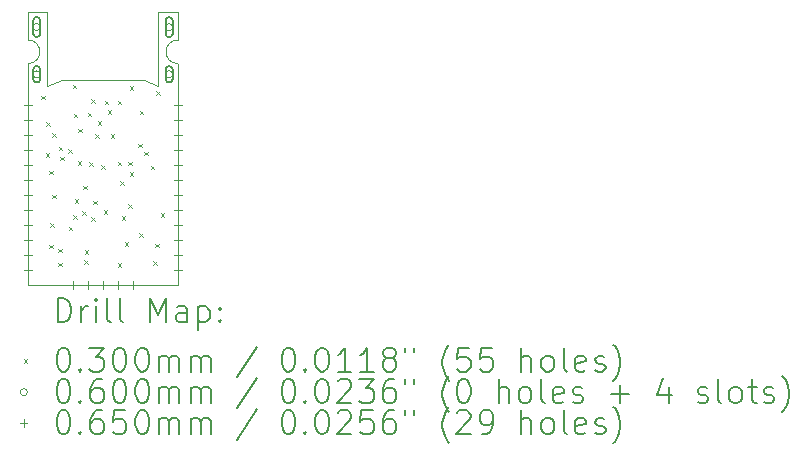
<source format=gbr>
%TF.GenerationSoftware,KiCad,Pcbnew,(6.0.8)*%
%TF.CreationDate,2022-11-05T21:02:42+01:00*%
%TF.ProjectId,epi,6570692e-6b69-4636-9164-5f7063625858,1_1*%
%TF.SameCoordinates,Original*%
%TF.FileFunction,Drillmap*%
%TF.FilePolarity,Positive*%
%FSLAX45Y45*%
G04 Gerber Fmt 4.5, Leading zero omitted, Abs format (unit mm)*
G04 Created by KiCad (PCBNEW (6.0.8)) date 2022-11-05 21:02:42*
%MOMM*%
%LPD*%
G01*
G04 APERTURE LIST*
%ADD10C,0.100000*%
%ADD11C,0.200000*%
%ADD12C,0.030000*%
%ADD13C,0.060000*%
%ADD14C,0.065000*%
G04 APERTURE END LIST*
D10*
X11069000Y-5103650D02*
X11069000Y-5343650D01*
X9799000Y-5103650D02*
X9799000Y-5343650D01*
X9964000Y-5733650D02*
X10084000Y-5683650D01*
X10084000Y-5683650D02*
X10784000Y-5683650D01*
X11069000Y-5343650D02*
G75*
G03*
X11069000Y-5543650I0J-100000D01*
G01*
X9799000Y-5543650D02*
G75*
G03*
X9799000Y-5343650I0J100000D01*
G01*
X10904000Y-5103650D02*
X11069000Y-5103650D01*
X10904000Y-5733650D02*
X10904000Y-5103650D01*
X11069000Y-7416000D02*
X11069000Y-5543650D01*
X9799000Y-7416000D02*
X11069000Y-7416000D01*
X9799000Y-5543650D02*
X9799000Y-7416000D01*
X9799000Y-5103650D02*
X9964000Y-5103650D01*
X9964000Y-5103650D02*
X9964000Y-5733650D01*
X10784000Y-5683650D02*
X10904000Y-5733650D01*
D11*
D12*
X9910000Y-5816650D02*
X9940000Y-5846650D01*
X9940000Y-5816650D02*
X9910000Y-5846650D01*
X9949000Y-6302000D02*
X9979000Y-6332000D01*
X9979000Y-6302000D02*
X9949000Y-6332000D01*
X9954000Y-6042000D02*
X9984000Y-6072000D01*
X9984000Y-6042000D02*
X9954000Y-6072000D01*
X9979000Y-6452000D02*
X10009000Y-6482000D01*
X10009000Y-6452000D02*
X9979000Y-6482000D01*
X9979000Y-7077000D02*
X10009000Y-7107000D01*
X10009000Y-7077000D02*
X9979000Y-7107000D01*
X9989000Y-6893650D02*
X10019000Y-6923650D01*
X10019000Y-6893650D02*
X9989000Y-6923650D01*
X10004000Y-6132000D02*
X10034000Y-6162000D01*
X10034000Y-6132000D02*
X10004000Y-6162000D01*
X10004000Y-6653650D02*
X10034000Y-6683650D01*
X10034000Y-6653650D02*
X10004000Y-6683650D01*
X10054000Y-7112000D02*
X10084000Y-7142000D01*
X10084000Y-7112000D02*
X10054000Y-7142000D01*
X10054000Y-7228000D02*
X10084000Y-7258000D01*
X10084000Y-7228000D02*
X10054000Y-7258000D01*
X10059000Y-6248650D02*
X10089000Y-6278650D01*
X10089000Y-6248650D02*
X10059000Y-6278650D01*
X10074000Y-6333650D02*
X10104000Y-6363650D01*
X10104000Y-6333650D02*
X10074000Y-6363650D01*
X10140000Y-6266650D02*
X10170000Y-6296650D01*
X10170000Y-6266650D02*
X10140000Y-6296650D01*
X10144000Y-6923650D02*
X10174000Y-6953650D01*
X10174000Y-6923650D02*
X10144000Y-6953650D01*
X10179000Y-5723650D02*
X10209000Y-5753650D01*
X10209000Y-5723650D02*
X10179000Y-5753650D01*
X10184000Y-6828650D02*
X10214000Y-6858650D01*
X10214000Y-6828650D02*
X10184000Y-6858650D01*
X10187088Y-5966439D02*
X10217088Y-5996439D01*
X10217088Y-5966439D02*
X10187088Y-5996439D01*
X10194000Y-6691650D02*
X10224000Y-6721650D01*
X10224000Y-6691650D02*
X10194000Y-6721650D01*
X10219000Y-6368650D02*
X10249000Y-6398650D01*
X10249000Y-6368650D02*
X10219000Y-6398650D01*
X10225000Y-6096650D02*
X10255000Y-6126650D01*
X10255000Y-6096650D02*
X10225000Y-6126650D01*
X10259000Y-6793650D02*
X10289000Y-6823650D01*
X10289000Y-6793650D02*
X10259000Y-6823650D01*
X10269000Y-6578650D02*
X10299000Y-6608650D01*
X10299000Y-6578650D02*
X10269000Y-6608650D01*
X10274000Y-7208650D02*
X10304000Y-7238650D01*
X10304000Y-7208650D02*
X10274000Y-7238650D01*
X10279000Y-7122000D02*
X10309000Y-7152000D01*
X10309000Y-7122000D02*
X10279000Y-7152000D01*
X10304000Y-5958650D02*
X10334000Y-5988650D01*
X10334000Y-5958650D02*
X10304000Y-5988650D01*
X10319000Y-6378650D02*
X10349000Y-6408650D01*
X10349000Y-6378650D02*
X10319000Y-6408650D01*
X10334000Y-5843650D02*
X10364000Y-5873650D01*
X10364000Y-5843650D02*
X10334000Y-5873650D01*
X10334000Y-6843650D02*
X10364000Y-6873650D01*
X10364000Y-6843650D02*
X10334000Y-6873650D01*
X10354000Y-6703650D02*
X10384000Y-6733650D01*
X10384000Y-6703650D02*
X10354000Y-6733650D01*
X10369000Y-6143650D02*
X10399000Y-6173650D01*
X10399000Y-6143650D02*
X10369000Y-6173650D01*
X10389000Y-6032000D02*
X10419000Y-6062000D01*
X10419000Y-6032000D02*
X10389000Y-6062000D01*
X10419000Y-6403650D02*
X10449000Y-6433650D01*
X10449000Y-6403650D02*
X10419000Y-6433650D01*
X10439000Y-6783650D02*
X10469000Y-6813650D01*
X10469000Y-6783650D02*
X10439000Y-6813650D01*
X10449000Y-5858650D02*
X10479000Y-5888650D01*
X10479000Y-5858650D02*
X10449000Y-5888650D01*
X10474000Y-5937000D02*
X10504000Y-5967000D01*
X10504000Y-5937000D02*
X10474000Y-5967000D01*
X10499000Y-6143650D02*
X10529000Y-6173650D01*
X10529000Y-6143650D02*
X10499000Y-6173650D01*
X10559000Y-5858650D02*
X10589000Y-5888650D01*
X10589000Y-5858650D02*
X10559000Y-5888650D01*
X10559000Y-6373650D02*
X10589000Y-6403650D01*
X10589000Y-6373650D02*
X10559000Y-6403650D01*
X10559000Y-7232000D02*
X10589000Y-7262000D01*
X10589000Y-7232000D02*
X10559000Y-7262000D01*
X10580000Y-6541650D02*
X10610000Y-6571650D01*
X10610000Y-6541650D02*
X10580000Y-6571650D01*
X10594000Y-6833650D02*
X10624000Y-6863650D01*
X10624000Y-6833650D02*
X10594000Y-6863650D01*
X10619000Y-7057000D02*
X10649000Y-7087000D01*
X10649000Y-7057000D02*
X10619000Y-7087000D01*
X10646500Y-6376150D02*
X10676500Y-6406150D01*
X10676500Y-6376150D02*
X10646500Y-6406150D01*
X10649000Y-6732000D02*
X10679000Y-6762000D01*
X10679000Y-6732000D02*
X10649000Y-6762000D01*
X10659000Y-5733650D02*
X10689000Y-5763650D01*
X10689000Y-5733650D02*
X10659000Y-5763650D01*
X10660000Y-6463650D02*
X10690000Y-6493650D01*
X10690000Y-6463650D02*
X10660000Y-6493650D01*
X10734000Y-6223650D02*
X10764000Y-6253650D01*
X10764000Y-6223650D02*
X10734000Y-6253650D01*
X10740000Y-6978650D02*
X10770000Y-7008650D01*
X10770000Y-6978650D02*
X10740000Y-7008650D01*
X10744000Y-5943650D02*
X10774000Y-5973650D01*
X10774000Y-5943650D02*
X10744000Y-5973650D01*
X10784000Y-6288650D02*
X10814000Y-6318650D01*
X10814000Y-6288650D02*
X10784000Y-6318650D01*
X10839000Y-6407000D02*
X10869000Y-6437000D01*
X10869000Y-6407000D02*
X10839000Y-6437000D01*
X10859000Y-7218650D02*
X10889000Y-7248650D01*
X10889000Y-7218650D02*
X10859000Y-7248650D01*
X10879000Y-7068650D02*
X10909000Y-7098650D01*
X10909000Y-7068650D02*
X10879000Y-7098650D01*
X10884000Y-5777000D02*
X10914000Y-5807000D01*
X10914000Y-5777000D02*
X10884000Y-5807000D01*
X10925000Y-6811650D02*
X10955000Y-6841650D01*
X10955000Y-6811650D02*
X10925000Y-6841650D01*
D13*
X9904000Y-5234150D02*
G75*
G03*
X9904000Y-5234150I-30000J0D01*
G01*
D11*
X9844000Y-5179150D02*
X9844000Y-5289150D01*
X9904000Y-5179150D02*
X9904000Y-5289150D01*
X9844000Y-5289150D02*
G75*
G03*
X9904000Y-5289150I30000J0D01*
G01*
X9904000Y-5179150D02*
G75*
G03*
X9844000Y-5179150I-30000J0D01*
G01*
D13*
X9904000Y-5634150D02*
G75*
G03*
X9904000Y-5634150I-30000J0D01*
G01*
D11*
X9844000Y-5594150D02*
X9844000Y-5674150D01*
X9904000Y-5594150D02*
X9904000Y-5674150D01*
X9844000Y-5674150D02*
G75*
G03*
X9904000Y-5674150I30000J0D01*
G01*
X9904000Y-5594150D02*
G75*
G03*
X9844000Y-5594150I-30000J0D01*
G01*
D13*
X11024000Y-5234150D02*
G75*
G03*
X11024000Y-5234150I-30000J0D01*
G01*
D11*
X10964000Y-5179150D02*
X10964000Y-5289150D01*
X11024000Y-5179150D02*
X11024000Y-5289150D01*
X10964000Y-5289150D02*
G75*
G03*
X11024000Y-5289150I30000J0D01*
G01*
X11024000Y-5179150D02*
G75*
G03*
X10964000Y-5179150I-30000J0D01*
G01*
D13*
X11024000Y-5634150D02*
G75*
G03*
X11024000Y-5634150I-30000J0D01*
G01*
D11*
X10964000Y-5594150D02*
X10964000Y-5674150D01*
X11024000Y-5594150D02*
X11024000Y-5674150D01*
X10964000Y-5674150D02*
G75*
G03*
X11024000Y-5674150I30000J0D01*
G01*
X11024000Y-5594150D02*
G75*
G03*
X10964000Y-5594150I-30000J0D01*
G01*
D14*
X9799000Y-5859500D02*
X9799000Y-5924500D01*
X9766500Y-5892000D02*
X9831500Y-5892000D01*
X9799000Y-5986500D02*
X9799000Y-6051500D01*
X9766500Y-6019000D02*
X9831500Y-6019000D01*
X9799000Y-6113500D02*
X9799000Y-6178500D01*
X9766500Y-6146000D02*
X9831500Y-6146000D01*
X9799000Y-6240500D02*
X9799000Y-6305500D01*
X9766500Y-6273000D02*
X9831500Y-6273000D01*
X9799000Y-6367500D02*
X9799000Y-6432500D01*
X9766500Y-6400000D02*
X9831500Y-6400000D01*
X9799000Y-6494500D02*
X9799000Y-6559500D01*
X9766500Y-6527000D02*
X9831500Y-6527000D01*
X9799000Y-6621500D02*
X9799000Y-6686500D01*
X9766500Y-6654000D02*
X9831500Y-6654000D01*
X9799000Y-6748500D02*
X9799000Y-6813500D01*
X9766500Y-6781000D02*
X9831500Y-6781000D01*
X9799000Y-6875500D02*
X9799000Y-6940500D01*
X9766500Y-6908000D02*
X9831500Y-6908000D01*
X9799000Y-7002500D02*
X9799000Y-7067500D01*
X9766500Y-7035000D02*
X9831500Y-7035000D01*
X9799000Y-7129500D02*
X9799000Y-7194500D01*
X9766500Y-7162000D02*
X9831500Y-7162000D01*
X9799000Y-7256500D02*
X9799000Y-7321500D01*
X9766500Y-7289000D02*
X9831500Y-7289000D01*
X10180000Y-7383500D02*
X10180000Y-7448500D01*
X10147500Y-7416000D02*
X10212500Y-7416000D01*
X10307000Y-7383500D02*
X10307000Y-7448500D01*
X10274500Y-7416000D02*
X10339500Y-7416000D01*
X10434000Y-7383500D02*
X10434000Y-7448500D01*
X10401500Y-7416000D02*
X10466500Y-7416000D01*
X10561000Y-7383500D02*
X10561000Y-7448500D01*
X10528500Y-7416000D02*
X10593500Y-7416000D01*
X10688000Y-7383500D02*
X10688000Y-7448500D01*
X10655500Y-7416000D02*
X10720500Y-7416000D01*
X11069000Y-5859500D02*
X11069000Y-5924500D01*
X11036500Y-5892000D02*
X11101500Y-5892000D01*
X11069000Y-5986500D02*
X11069000Y-6051500D01*
X11036500Y-6019000D02*
X11101500Y-6019000D01*
X11069000Y-6113500D02*
X11069000Y-6178500D01*
X11036500Y-6146000D02*
X11101500Y-6146000D01*
X11069000Y-6240500D02*
X11069000Y-6305500D01*
X11036500Y-6273000D02*
X11101500Y-6273000D01*
X11069000Y-6367500D02*
X11069000Y-6432500D01*
X11036500Y-6400000D02*
X11101500Y-6400000D01*
X11069000Y-6494500D02*
X11069000Y-6559500D01*
X11036500Y-6527000D02*
X11101500Y-6527000D01*
X11069000Y-6621500D02*
X11069000Y-6686500D01*
X11036500Y-6654000D02*
X11101500Y-6654000D01*
X11069000Y-6748500D02*
X11069000Y-6813500D01*
X11036500Y-6781000D02*
X11101500Y-6781000D01*
X11069000Y-6875500D02*
X11069000Y-6940500D01*
X11036500Y-6908000D02*
X11101500Y-6908000D01*
X11069000Y-7002500D02*
X11069000Y-7067500D01*
X11036500Y-7035000D02*
X11101500Y-7035000D01*
X11069000Y-7129500D02*
X11069000Y-7194500D01*
X11036500Y-7162000D02*
X11101500Y-7162000D01*
X11069000Y-7256500D02*
X11069000Y-7321500D01*
X11036500Y-7289000D02*
X11101500Y-7289000D01*
D11*
X10051619Y-7731476D02*
X10051619Y-7531476D01*
X10099238Y-7531476D01*
X10127810Y-7541000D01*
X10146857Y-7560048D01*
X10156381Y-7579095D01*
X10165905Y-7617190D01*
X10165905Y-7645762D01*
X10156381Y-7683857D01*
X10146857Y-7702905D01*
X10127810Y-7721952D01*
X10099238Y-7731476D01*
X10051619Y-7731476D01*
X10251619Y-7731476D02*
X10251619Y-7598143D01*
X10251619Y-7636238D02*
X10261143Y-7617190D01*
X10270667Y-7607667D01*
X10289714Y-7598143D01*
X10308762Y-7598143D01*
X10375429Y-7731476D02*
X10375429Y-7598143D01*
X10375429Y-7531476D02*
X10365905Y-7541000D01*
X10375429Y-7550524D01*
X10384952Y-7541000D01*
X10375429Y-7531476D01*
X10375429Y-7550524D01*
X10499238Y-7731476D02*
X10480190Y-7721952D01*
X10470667Y-7702905D01*
X10470667Y-7531476D01*
X10604000Y-7731476D02*
X10584952Y-7721952D01*
X10575429Y-7702905D01*
X10575429Y-7531476D01*
X10832571Y-7731476D02*
X10832571Y-7531476D01*
X10899238Y-7674333D01*
X10965905Y-7531476D01*
X10965905Y-7731476D01*
X11146857Y-7731476D02*
X11146857Y-7626714D01*
X11137333Y-7607667D01*
X11118286Y-7598143D01*
X11080190Y-7598143D01*
X11061143Y-7607667D01*
X11146857Y-7721952D02*
X11127810Y-7731476D01*
X11080190Y-7731476D01*
X11061143Y-7721952D01*
X11051619Y-7702905D01*
X11051619Y-7683857D01*
X11061143Y-7664809D01*
X11080190Y-7655286D01*
X11127810Y-7655286D01*
X11146857Y-7645762D01*
X11242095Y-7598143D02*
X11242095Y-7798143D01*
X11242095Y-7607667D02*
X11261143Y-7598143D01*
X11299238Y-7598143D01*
X11318286Y-7607667D01*
X11327809Y-7617190D01*
X11337333Y-7636238D01*
X11337333Y-7693381D01*
X11327809Y-7712428D01*
X11318286Y-7721952D01*
X11299238Y-7731476D01*
X11261143Y-7731476D01*
X11242095Y-7721952D01*
X11423048Y-7712428D02*
X11432571Y-7721952D01*
X11423048Y-7731476D01*
X11413524Y-7721952D01*
X11423048Y-7712428D01*
X11423048Y-7731476D01*
X11423048Y-7607667D02*
X11432571Y-7617190D01*
X11423048Y-7626714D01*
X11413524Y-7617190D01*
X11423048Y-7607667D01*
X11423048Y-7626714D01*
D12*
X9764000Y-8046000D02*
X9794000Y-8076000D01*
X9794000Y-8046000D02*
X9764000Y-8076000D01*
D11*
X10089714Y-7951476D02*
X10108762Y-7951476D01*
X10127810Y-7961000D01*
X10137333Y-7970524D01*
X10146857Y-7989571D01*
X10156381Y-8027667D01*
X10156381Y-8075286D01*
X10146857Y-8113381D01*
X10137333Y-8132428D01*
X10127810Y-8141952D01*
X10108762Y-8151476D01*
X10089714Y-8151476D01*
X10070667Y-8141952D01*
X10061143Y-8132428D01*
X10051619Y-8113381D01*
X10042095Y-8075286D01*
X10042095Y-8027667D01*
X10051619Y-7989571D01*
X10061143Y-7970524D01*
X10070667Y-7961000D01*
X10089714Y-7951476D01*
X10242095Y-8132428D02*
X10251619Y-8141952D01*
X10242095Y-8151476D01*
X10232571Y-8141952D01*
X10242095Y-8132428D01*
X10242095Y-8151476D01*
X10318286Y-7951476D02*
X10442095Y-7951476D01*
X10375429Y-8027667D01*
X10404000Y-8027667D01*
X10423048Y-8037190D01*
X10432571Y-8046714D01*
X10442095Y-8065762D01*
X10442095Y-8113381D01*
X10432571Y-8132428D01*
X10423048Y-8141952D01*
X10404000Y-8151476D01*
X10346857Y-8151476D01*
X10327810Y-8141952D01*
X10318286Y-8132428D01*
X10565905Y-7951476D02*
X10584952Y-7951476D01*
X10604000Y-7961000D01*
X10613524Y-7970524D01*
X10623048Y-7989571D01*
X10632571Y-8027667D01*
X10632571Y-8075286D01*
X10623048Y-8113381D01*
X10613524Y-8132428D01*
X10604000Y-8141952D01*
X10584952Y-8151476D01*
X10565905Y-8151476D01*
X10546857Y-8141952D01*
X10537333Y-8132428D01*
X10527810Y-8113381D01*
X10518286Y-8075286D01*
X10518286Y-8027667D01*
X10527810Y-7989571D01*
X10537333Y-7970524D01*
X10546857Y-7961000D01*
X10565905Y-7951476D01*
X10756381Y-7951476D02*
X10775429Y-7951476D01*
X10794476Y-7961000D01*
X10804000Y-7970524D01*
X10813524Y-7989571D01*
X10823048Y-8027667D01*
X10823048Y-8075286D01*
X10813524Y-8113381D01*
X10804000Y-8132428D01*
X10794476Y-8141952D01*
X10775429Y-8151476D01*
X10756381Y-8151476D01*
X10737333Y-8141952D01*
X10727810Y-8132428D01*
X10718286Y-8113381D01*
X10708762Y-8075286D01*
X10708762Y-8027667D01*
X10718286Y-7989571D01*
X10727810Y-7970524D01*
X10737333Y-7961000D01*
X10756381Y-7951476D01*
X10908762Y-8151476D02*
X10908762Y-8018143D01*
X10908762Y-8037190D02*
X10918286Y-8027667D01*
X10937333Y-8018143D01*
X10965905Y-8018143D01*
X10984952Y-8027667D01*
X10994476Y-8046714D01*
X10994476Y-8151476D01*
X10994476Y-8046714D02*
X11004000Y-8027667D01*
X11023048Y-8018143D01*
X11051619Y-8018143D01*
X11070667Y-8027667D01*
X11080190Y-8046714D01*
X11080190Y-8151476D01*
X11175429Y-8151476D02*
X11175429Y-8018143D01*
X11175429Y-8037190D02*
X11184952Y-8027667D01*
X11204000Y-8018143D01*
X11232571Y-8018143D01*
X11251619Y-8027667D01*
X11261143Y-8046714D01*
X11261143Y-8151476D01*
X11261143Y-8046714D02*
X11270667Y-8027667D01*
X11289714Y-8018143D01*
X11318286Y-8018143D01*
X11337333Y-8027667D01*
X11346857Y-8046714D01*
X11346857Y-8151476D01*
X11737333Y-7941952D02*
X11565905Y-8199095D01*
X11994476Y-7951476D02*
X12013524Y-7951476D01*
X12032571Y-7961000D01*
X12042095Y-7970524D01*
X12051619Y-7989571D01*
X12061143Y-8027667D01*
X12061143Y-8075286D01*
X12051619Y-8113381D01*
X12042095Y-8132428D01*
X12032571Y-8141952D01*
X12013524Y-8151476D01*
X11994476Y-8151476D01*
X11975428Y-8141952D01*
X11965905Y-8132428D01*
X11956381Y-8113381D01*
X11946857Y-8075286D01*
X11946857Y-8027667D01*
X11956381Y-7989571D01*
X11965905Y-7970524D01*
X11975428Y-7961000D01*
X11994476Y-7951476D01*
X12146857Y-8132428D02*
X12156381Y-8141952D01*
X12146857Y-8151476D01*
X12137333Y-8141952D01*
X12146857Y-8132428D01*
X12146857Y-8151476D01*
X12280190Y-7951476D02*
X12299238Y-7951476D01*
X12318286Y-7961000D01*
X12327809Y-7970524D01*
X12337333Y-7989571D01*
X12346857Y-8027667D01*
X12346857Y-8075286D01*
X12337333Y-8113381D01*
X12327809Y-8132428D01*
X12318286Y-8141952D01*
X12299238Y-8151476D01*
X12280190Y-8151476D01*
X12261143Y-8141952D01*
X12251619Y-8132428D01*
X12242095Y-8113381D01*
X12232571Y-8075286D01*
X12232571Y-8027667D01*
X12242095Y-7989571D01*
X12251619Y-7970524D01*
X12261143Y-7961000D01*
X12280190Y-7951476D01*
X12537333Y-8151476D02*
X12423048Y-8151476D01*
X12480190Y-8151476D02*
X12480190Y-7951476D01*
X12461143Y-7980048D01*
X12442095Y-7999095D01*
X12423048Y-8008619D01*
X12727809Y-8151476D02*
X12613524Y-8151476D01*
X12670667Y-8151476D02*
X12670667Y-7951476D01*
X12651619Y-7980048D01*
X12632571Y-7999095D01*
X12613524Y-8008619D01*
X12842095Y-8037190D02*
X12823048Y-8027667D01*
X12813524Y-8018143D01*
X12804000Y-7999095D01*
X12804000Y-7989571D01*
X12813524Y-7970524D01*
X12823048Y-7961000D01*
X12842095Y-7951476D01*
X12880190Y-7951476D01*
X12899238Y-7961000D01*
X12908762Y-7970524D01*
X12918286Y-7989571D01*
X12918286Y-7999095D01*
X12908762Y-8018143D01*
X12899238Y-8027667D01*
X12880190Y-8037190D01*
X12842095Y-8037190D01*
X12823048Y-8046714D01*
X12813524Y-8056238D01*
X12804000Y-8075286D01*
X12804000Y-8113381D01*
X12813524Y-8132428D01*
X12823048Y-8141952D01*
X12842095Y-8151476D01*
X12880190Y-8151476D01*
X12899238Y-8141952D01*
X12908762Y-8132428D01*
X12918286Y-8113381D01*
X12918286Y-8075286D01*
X12908762Y-8056238D01*
X12899238Y-8046714D01*
X12880190Y-8037190D01*
X12994476Y-7951476D02*
X12994476Y-7989571D01*
X13070667Y-7951476D02*
X13070667Y-7989571D01*
X13365905Y-8227667D02*
X13356381Y-8218143D01*
X13337333Y-8189571D01*
X13327809Y-8170524D01*
X13318286Y-8141952D01*
X13308762Y-8094333D01*
X13308762Y-8056238D01*
X13318286Y-8008619D01*
X13327809Y-7980048D01*
X13337333Y-7961000D01*
X13356381Y-7932428D01*
X13365905Y-7922905D01*
X13537333Y-7951476D02*
X13442095Y-7951476D01*
X13432571Y-8046714D01*
X13442095Y-8037190D01*
X13461143Y-8027667D01*
X13508762Y-8027667D01*
X13527809Y-8037190D01*
X13537333Y-8046714D01*
X13546857Y-8065762D01*
X13546857Y-8113381D01*
X13537333Y-8132428D01*
X13527809Y-8141952D01*
X13508762Y-8151476D01*
X13461143Y-8151476D01*
X13442095Y-8141952D01*
X13432571Y-8132428D01*
X13727809Y-7951476D02*
X13632571Y-7951476D01*
X13623048Y-8046714D01*
X13632571Y-8037190D01*
X13651619Y-8027667D01*
X13699238Y-8027667D01*
X13718286Y-8037190D01*
X13727809Y-8046714D01*
X13737333Y-8065762D01*
X13737333Y-8113381D01*
X13727809Y-8132428D01*
X13718286Y-8141952D01*
X13699238Y-8151476D01*
X13651619Y-8151476D01*
X13632571Y-8141952D01*
X13623048Y-8132428D01*
X13975428Y-8151476D02*
X13975428Y-7951476D01*
X14061143Y-8151476D02*
X14061143Y-8046714D01*
X14051619Y-8027667D01*
X14032571Y-8018143D01*
X14004000Y-8018143D01*
X13984952Y-8027667D01*
X13975428Y-8037190D01*
X14184952Y-8151476D02*
X14165905Y-8141952D01*
X14156381Y-8132428D01*
X14146857Y-8113381D01*
X14146857Y-8056238D01*
X14156381Y-8037190D01*
X14165905Y-8027667D01*
X14184952Y-8018143D01*
X14213524Y-8018143D01*
X14232571Y-8027667D01*
X14242095Y-8037190D01*
X14251619Y-8056238D01*
X14251619Y-8113381D01*
X14242095Y-8132428D01*
X14232571Y-8141952D01*
X14213524Y-8151476D01*
X14184952Y-8151476D01*
X14365905Y-8151476D02*
X14346857Y-8141952D01*
X14337333Y-8122905D01*
X14337333Y-7951476D01*
X14518286Y-8141952D02*
X14499238Y-8151476D01*
X14461143Y-8151476D01*
X14442095Y-8141952D01*
X14432571Y-8122905D01*
X14432571Y-8046714D01*
X14442095Y-8027667D01*
X14461143Y-8018143D01*
X14499238Y-8018143D01*
X14518286Y-8027667D01*
X14527809Y-8046714D01*
X14527809Y-8065762D01*
X14432571Y-8084809D01*
X14604000Y-8141952D02*
X14623048Y-8151476D01*
X14661143Y-8151476D01*
X14680190Y-8141952D01*
X14689714Y-8122905D01*
X14689714Y-8113381D01*
X14680190Y-8094333D01*
X14661143Y-8084809D01*
X14632571Y-8084809D01*
X14613524Y-8075286D01*
X14604000Y-8056238D01*
X14604000Y-8046714D01*
X14613524Y-8027667D01*
X14632571Y-8018143D01*
X14661143Y-8018143D01*
X14680190Y-8027667D01*
X14756381Y-8227667D02*
X14765905Y-8218143D01*
X14784952Y-8189571D01*
X14794476Y-8170524D01*
X14804000Y-8141952D01*
X14813524Y-8094333D01*
X14813524Y-8056238D01*
X14804000Y-8008619D01*
X14794476Y-7980048D01*
X14784952Y-7961000D01*
X14765905Y-7932428D01*
X14756381Y-7922905D01*
D13*
X9794000Y-8325000D02*
G75*
G03*
X9794000Y-8325000I-30000J0D01*
G01*
D11*
X10089714Y-8215476D02*
X10108762Y-8215476D01*
X10127810Y-8225000D01*
X10137333Y-8234524D01*
X10146857Y-8253571D01*
X10156381Y-8291667D01*
X10156381Y-8339286D01*
X10146857Y-8377381D01*
X10137333Y-8396429D01*
X10127810Y-8405952D01*
X10108762Y-8415476D01*
X10089714Y-8415476D01*
X10070667Y-8405952D01*
X10061143Y-8396429D01*
X10051619Y-8377381D01*
X10042095Y-8339286D01*
X10042095Y-8291667D01*
X10051619Y-8253571D01*
X10061143Y-8234524D01*
X10070667Y-8225000D01*
X10089714Y-8215476D01*
X10242095Y-8396429D02*
X10251619Y-8405952D01*
X10242095Y-8415476D01*
X10232571Y-8405952D01*
X10242095Y-8396429D01*
X10242095Y-8415476D01*
X10423048Y-8215476D02*
X10384952Y-8215476D01*
X10365905Y-8225000D01*
X10356381Y-8234524D01*
X10337333Y-8263095D01*
X10327810Y-8301190D01*
X10327810Y-8377381D01*
X10337333Y-8396429D01*
X10346857Y-8405952D01*
X10365905Y-8415476D01*
X10404000Y-8415476D01*
X10423048Y-8405952D01*
X10432571Y-8396429D01*
X10442095Y-8377381D01*
X10442095Y-8329762D01*
X10432571Y-8310714D01*
X10423048Y-8301190D01*
X10404000Y-8291667D01*
X10365905Y-8291667D01*
X10346857Y-8301190D01*
X10337333Y-8310714D01*
X10327810Y-8329762D01*
X10565905Y-8215476D02*
X10584952Y-8215476D01*
X10604000Y-8225000D01*
X10613524Y-8234524D01*
X10623048Y-8253571D01*
X10632571Y-8291667D01*
X10632571Y-8339286D01*
X10623048Y-8377381D01*
X10613524Y-8396429D01*
X10604000Y-8405952D01*
X10584952Y-8415476D01*
X10565905Y-8415476D01*
X10546857Y-8405952D01*
X10537333Y-8396429D01*
X10527810Y-8377381D01*
X10518286Y-8339286D01*
X10518286Y-8291667D01*
X10527810Y-8253571D01*
X10537333Y-8234524D01*
X10546857Y-8225000D01*
X10565905Y-8215476D01*
X10756381Y-8215476D02*
X10775429Y-8215476D01*
X10794476Y-8225000D01*
X10804000Y-8234524D01*
X10813524Y-8253571D01*
X10823048Y-8291667D01*
X10823048Y-8339286D01*
X10813524Y-8377381D01*
X10804000Y-8396429D01*
X10794476Y-8405952D01*
X10775429Y-8415476D01*
X10756381Y-8415476D01*
X10737333Y-8405952D01*
X10727810Y-8396429D01*
X10718286Y-8377381D01*
X10708762Y-8339286D01*
X10708762Y-8291667D01*
X10718286Y-8253571D01*
X10727810Y-8234524D01*
X10737333Y-8225000D01*
X10756381Y-8215476D01*
X10908762Y-8415476D02*
X10908762Y-8282143D01*
X10908762Y-8301190D02*
X10918286Y-8291667D01*
X10937333Y-8282143D01*
X10965905Y-8282143D01*
X10984952Y-8291667D01*
X10994476Y-8310714D01*
X10994476Y-8415476D01*
X10994476Y-8310714D02*
X11004000Y-8291667D01*
X11023048Y-8282143D01*
X11051619Y-8282143D01*
X11070667Y-8291667D01*
X11080190Y-8310714D01*
X11080190Y-8415476D01*
X11175429Y-8415476D02*
X11175429Y-8282143D01*
X11175429Y-8301190D02*
X11184952Y-8291667D01*
X11204000Y-8282143D01*
X11232571Y-8282143D01*
X11251619Y-8291667D01*
X11261143Y-8310714D01*
X11261143Y-8415476D01*
X11261143Y-8310714D02*
X11270667Y-8291667D01*
X11289714Y-8282143D01*
X11318286Y-8282143D01*
X11337333Y-8291667D01*
X11346857Y-8310714D01*
X11346857Y-8415476D01*
X11737333Y-8205952D02*
X11565905Y-8463095D01*
X11994476Y-8215476D02*
X12013524Y-8215476D01*
X12032571Y-8225000D01*
X12042095Y-8234524D01*
X12051619Y-8253571D01*
X12061143Y-8291667D01*
X12061143Y-8339286D01*
X12051619Y-8377381D01*
X12042095Y-8396429D01*
X12032571Y-8405952D01*
X12013524Y-8415476D01*
X11994476Y-8415476D01*
X11975428Y-8405952D01*
X11965905Y-8396429D01*
X11956381Y-8377381D01*
X11946857Y-8339286D01*
X11946857Y-8291667D01*
X11956381Y-8253571D01*
X11965905Y-8234524D01*
X11975428Y-8225000D01*
X11994476Y-8215476D01*
X12146857Y-8396429D02*
X12156381Y-8405952D01*
X12146857Y-8415476D01*
X12137333Y-8405952D01*
X12146857Y-8396429D01*
X12146857Y-8415476D01*
X12280190Y-8215476D02*
X12299238Y-8215476D01*
X12318286Y-8225000D01*
X12327809Y-8234524D01*
X12337333Y-8253571D01*
X12346857Y-8291667D01*
X12346857Y-8339286D01*
X12337333Y-8377381D01*
X12327809Y-8396429D01*
X12318286Y-8405952D01*
X12299238Y-8415476D01*
X12280190Y-8415476D01*
X12261143Y-8405952D01*
X12251619Y-8396429D01*
X12242095Y-8377381D01*
X12232571Y-8339286D01*
X12232571Y-8291667D01*
X12242095Y-8253571D01*
X12251619Y-8234524D01*
X12261143Y-8225000D01*
X12280190Y-8215476D01*
X12423048Y-8234524D02*
X12432571Y-8225000D01*
X12451619Y-8215476D01*
X12499238Y-8215476D01*
X12518286Y-8225000D01*
X12527809Y-8234524D01*
X12537333Y-8253571D01*
X12537333Y-8272619D01*
X12527809Y-8301190D01*
X12413524Y-8415476D01*
X12537333Y-8415476D01*
X12604000Y-8215476D02*
X12727809Y-8215476D01*
X12661143Y-8291667D01*
X12689714Y-8291667D01*
X12708762Y-8301190D01*
X12718286Y-8310714D01*
X12727809Y-8329762D01*
X12727809Y-8377381D01*
X12718286Y-8396429D01*
X12708762Y-8405952D01*
X12689714Y-8415476D01*
X12632571Y-8415476D01*
X12613524Y-8405952D01*
X12604000Y-8396429D01*
X12899238Y-8215476D02*
X12861143Y-8215476D01*
X12842095Y-8225000D01*
X12832571Y-8234524D01*
X12813524Y-8263095D01*
X12804000Y-8301190D01*
X12804000Y-8377381D01*
X12813524Y-8396429D01*
X12823048Y-8405952D01*
X12842095Y-8415476D01*
X12880190Y-8415476D01*
X12899238Y-8405952D01*
X12908762Y-8396429D01*
X12918286Y-8377381D01*
X12918286Y-8329762D01*
X12908762Y-8310714D01*
X12899238Y-8301190D01*
X12880190Y-8291667D01*
X12842095Y-8291667D01*
X12823048Y-8301190D01*
X12813524Y-8310714D01*
X12804000Y-8329762D01*
X12994476Y-8215476D02*
X12994476Y-8253571D01*
X13070667Y-8215476D02*
X13070667Y-8253571D01*
X13365905Y-8491667D02*
X13356381Y-8482143D01*
X13337333Y-8453571D01*
X13327809Y-8434524D01*
X13318286Y-8405952D01*
X13308762Y-8358333D01*
X13308762Y-8320238D01*
X13318286Y-8272619D01*
X13327809Y-8244048D01*
X13337333Y-8225000D01*
X13356381Y-8196428D01*
X13365905Y-8186905D01*
X13480190Y-8215476D02*
X13499238Y-8215476D01*
X13518286Y-8225000D01*
X13527809Y-8234524D01*
X13537333Y-8253571D01*
X13546857Y-8291667D01*
X13546857Y-8339286D01*
X13537333Y-8377381D01*
X13527809Y-8396429D01*
X13518286Y-8405952D01*
X13499238Y-8415476D01*
X13480190Y-8415476D01*
X13461143Y-8405952D01*
X13451619Y-8396429D01*
X13442095Y-8377381D01*
X13432571Y-8339286D01*
X13432571Y-8291667D01*
X13442095Y-8253571D01*
X13451619Y-8234524D01*
X13461143Y-8225000D01*
X13480190Y-8215476D01*
X13784952Y-8415476D02*
X13784952Y-8215476D01*
X13870667Y-8415476D02*
X13870667Y-8310714D01*
X13861143Y-8291667D01*
X13842095Y-8282143D01*
X13813524Y-8282143D01*
X13794476Y-8291667D01*
X13784952Y-8301190D01*
X13994476Y-8415476D02*
X13975428Y-8405952D01*
X13965905Y-8396429D01*
X13956381Y-8377381D01*
X13956381Y-8320238D01*
X13965905Y-8301190D01*
X13975428Y-8291667D01*
X13994476Y-8282143D01*
X14023048Y-8282143D01*
X14042095Y-8291667D01*
X14051619Y-8301190D01*
X14061143Y-8320238D01*
X14061143Y-8377381D01*
X14051619Y-8396429D01*
X14042095Y-8405952D01*
X14023048Y-8415476D01*
X13994476Y-8415476D01*
X14175428Y-8415476D02*
X14156381Y-8405952D01*
X14146857Y-8386905D01*
X14146857Y-8215476D01*
X14327809Y-8405952D02*
X14308762Y-8415476D01*
X14270667Y-8415476D01*
X14251619Y-8405952D01*
X14242095Y-8386905D01*
X14242095Y-8310714D01*
X14251619Y-8291667D01*
X14270667Y-8282143D01*
X14308762Y-8282143D01*
X14327809Y-8291667D01*
X14337333Y-8310714D01*
X14337333Y-8329762D01*
X14242095Y-8348809D01*
X14413524Y-8405952D02*
X14432571Y-8415476D01*
X14470667Y-8415476D01*
X14489714Y-8405952D01*
X14499238Y-8386905D01*
X14499238Y-8377381D01*
X14489714Y-8358333D01*
X14470667Y-8348809D01*
X14442095Y-8348809D01*
X14423048Y-8339286D01*
X14413524Y-8320238D01*
X14413524Y-8310714D01*
X14423048Y-8291667D01*
X14442095Y-8282143D01*
X14470667Y-8282143D01*
X14489714Y-8291667D01*
X14737333Y-8339286D02*
X14889714Y-8339286D01*
X14813524Y-8415476D02*
X14813524Y-8263095D01*
X15223048Y-8282143D02*
X15223048Y-8415476D01*
X15175428Y-8205952D02*
X15127809Y-8348809D01*
X15251619Y-8348809D01*
X15470667Y-8405952D02*
X15489714Y-8415476D01*
X15527809Y-8415476D01*
X15546857Y-8405952D01*
X15556381Y-8386905D01*
X15556381Y-8377381D01*
X15546857Y-8358333D01*
X15527809Y-8348809D01*
X15499238Y-8348809D01*
X15480190Y-8339286D01*
X15470667Y-8320238D01*
X15470667Y-8310714D01*
X15480190Y-8291667D01*
X15499238Y-8282143D01*
X15527809Y-8282143D01*
X15546857Y-8291667D01*
X15670667Y-8415476D02*
X15651619Y-8405952D01*
X15642095Y-8386905D01*
X15642095Y-8215476D01*
X15775428Y-8415476D02*
X15756381Y-8405952D01*
X15746857Y-8396429D01*
X15737333Y-8377381D01*
X15737333Y-8320238D01*
X15746857Y-8301190D01*
X15756381Y-8291667D01*
X15775428Y-8282143D01*
X15804000Y-8282143D01*
X15823048Y-8291667D01*
X15832571Y-8301190D01*
X15842095Y-8320238D01*
X15842095Y-8377381D01*
X15832571Y-8396429D01*
X15823048Y-8405952D01*
X15804000Y-8415476D01*
X15775428Y-8415476D01*
X15899238Y-8282143D02*
X15975428Y-8282143D01*
X15927809Y-8215476D02*
X15927809Y-8386905D01*
X15937333Y-8405952D01*
X15956381Y-8415476D01*
X15975428Y-8415476D01*
X16032571Y-8405952D02*
X16051619Y-8415476D01*
X16089714Y-8415476D01*
X16108762Y-8405952D01*
X16118286Y-8386905D01*
X16118286Y-8377381D01*
X16108762Y-8358333D01*
X16089714Y-8348809D01*
X16061143Y-8348809D01*
X16042095Y-8339286D01*
X16032571Y-8320238D01*
X16032571Y-8310714D01*
X16042095Y-8291667D01*
X16061143Y-8282143D01*
X16089714Y-8282143D01*
X16108762Y-8291667D01*
X16184952Y-8491667D02*
X16194476Y-8482143D01*
X16213524Y-8453571D01*
X16223048Y-8434524D01*
X16232571Y-8405952D01*
X16242095Y-8358333D01*
X16242095Y-8320238D01*
X16232571Y-8272619D01*
X16223048Y-8244048D01*
X16213524Y-8225000D01*
X16194476Y-8196428D01*
X16184952Y-8186905D01*
D14*
X9761500Y-8556500D02*
X9761500Y-8621500D01*
X9729000Y-8589000D02*
X9794000Y-8589000D01*
D11*
X10089714Y-8479476D02*
X10108762Y-8479476D01*
X10127810Y-8489000D01*
X10137333Y-8498524D01*
X10146857Y-8517571D01*
X10156381Y-8555667D01*
X10156381Y-8603286D01*
X10146857Y-8641381D01*
X10137333Y-8660429D01*
X10127810Y-8669952D01*
X10108762Y-8679476D01*
X10089714Y-8679476D01*
X10070667Y-8669952D01*
X10061143Y-8660429D01*
X10051619Y-8641381D01*
X10042095Y-8603286D01*
X10042095Y-8555667D01*
X10051619Y-8517571D01*
X10061143Y-8498524D01*
X10070667Y-8489000D01*
X10089714Y-8479476D01*
X10242095Y-8660429D02*
X10251619Y-8669952D01*
X10242095Y-8679476D01*
X10232571Y-8669952D01*
X10242095Y-8660429D01*
X10242095Y-8679476D01*
X10423048Y-8479476D02*
X10384952Y-8479476D01*
X10365905Y-8489000D01*
X10356381Y-8498524D01*
X10337333Y-8527095D01*
X10327810Y-8565190D01*
X10327810Y-8641381D01*
X10337333Y-8660429D01*
X10346857Y-8669952D01*
X10365905Y-8679476D01*
X10404000Y-8679476D01*
X10423048Y-8669952D01*
X10432571Y-8660429D01*
X10442095Y-8641381D01*
X10442095Y-8593762D01*
X10432571Y-8574714D01*
X10423048Y-8565190D01*
X10404000Y-8555667D01*
X10365905Y-8555667D01*
X10346857Y-8565190D01*
X10337333Y-8574714D01*
X10327810Y-8593762D01*
X10623048Y-8479476D02*
X10527810Y-8479476D01*
X10518286Y-8574714D01*
X10527810Y-8565190D01*
X10546857Y-8555667D01*
X10594476Y-8555667D01*
X10613524Y-8565190D01*
X10623048Y-8574714D01*
X10632571Y-8593762D01*
X10632571Y-8641381D01*
X10623048Y-8660429D01*
X10613524Y-8669952D01*
X10594476Y-8679476D01*
X10546857Y-8679476D01*
X10527810Y-8669952D01*
X10518286Y-8660429D01*
X10756381Y-8479476D02*
X10775429Y-8479476D01*
X10794476Y-8489000D01*
X10804000Y-8498524D01*
X10813524Y-8517571D01*
X10823048Y-8555667D01*
X10823048Y-8603286D01*
X10813524Y-8641381D01*
X10804000Y-8660429D01*
X10794476Y-8669952D01*
X10775429Y-8679476D01*
X10756381Y-8679476D01*
X10737333Y-8669952D01*
X10727810Y-8660429D01*
X10718286Y-8641381D01*
X10708762Y-8603286D01*
X10708762Y-8555667D01*
X10718286Y-8517571D01*
X10727810Y-8498524D01*
X10737333Y-8489000D01*
X10756381Y-8479476D01*
X10908762Y-8679476D02*
X10908762Y-8546143D01*
X10908762Y-8565190D02*
X10918286Y-8555667D01*
X10937333Y-8546143D01*
X10965905Y-8546143D01*
X10984952Y-8555667D01*
X10994476Y-8574714D01*
X10994476Y-8679476D01*
X10994476Y-8574714D02*
X11004000Y-8555667D01*
X11023048Y-8546143D01*
X11051619Y-8546143D01*
X11070667Y-8555667D01*
X11080190Y-8574714D01*
X11080190Y-8679476D01*
X11175429Y-8679476D02*
X11175429Y-8546143D01*
X11175429Y-8565190D02*
X11184952Y-8555667D01*
X11204000Y-8546143D01*
X11232571Y-8546143D01*
X11251619Y-8555667D01*
X11261143Y-8574714D01*
X11261143Y-8679476D01*
X11261143Y-8574714D02*
X11270667Y-8555667D01*
X11289714Y-8546143D01*
X11318286Y-8546143D01*
X11337333Y-8555667D01*
X11346857Y-8574714D01*
X11346857Y-8679476D01*
X11737333Y-8469952D02*
X11565905Y-8727095D01*
X11994476Y-8479476D02*
X12013524Y-8479476D01*
X12032571Y-8489000D01*
X12042095Y-8498524D01*
X12051619Y-8517571D01*
X12061143Y-8555667D01*
X12061143Y-8603286D01*
X12051619Y-8641381D01*
X12042095Y-8660429D01*
X12032571Y-8669952D01*
X12013524Y-8679476D01*
X11994476Y-8679476D01*
X11975428Y-8669952D01*
X11965905Y-8660429D01*
X11956381Y-8641381D01*
X11946857Y-8603286D01*
X11946857Y-8555667D01*
X11956381Y-8517571D01*
X11965905Y-8498524D01*
X11975428Y-8489000D01*
X11994476Y-8479476D01*
X12146857Y-8660429D02*
X12156381Y-8669952D01*
X12146857Y-8679476D01*
X12137333Y-8669952D01*
X12146857Y-8660429D01*
X12146857Y-8679476D01*
X12280190Y-8479476D02*
X12299238Y-8479476D01*
X12318286Y-8489000D01*
X12327809Y-8498524D01*
X12337333Y-8517571D01*
X12346857Y-8555667D01*
X12346857Y-8603286D01*
X12337333Y-8641381D01*
X12327809Y-8660429D01*
X12318286Y-8669952D01*
X12299238Y-8679476D01*
X12280190Y-8679476D01*
X12261143Y-8669952D01*
X12251619Y-8660429D01*
X12242095Y-8641381D01*
X12232571Y-8603286D01*
X12232571Y-8555667D01*
X12242095Y-8517571D01*
X12251619Y-8498524D01*
X12261143Y-8489000D01*
X12280190Y-8479476D01*
X12423048Y-8498524D02*
X12432571Y-8489000D01*
X12451619Y-8479476D01*
X12499238Y-8479476D01*
X12518286Y-8489000D01*
X12527809Y-8498524D01*
X12537333Y-8517571D01*
X12537333Y-8536619D01*
X12527809Y-8565190D01*
X12413524Y-8679476D01*
X12537333Y-8679476D01*
X12718286Y-8479476D02*
X12623048Y-8479476D01*
X12613524Y-8574714D01*
X12623048Y-8565190D01*
X12642095Y-8555667D01*
X12689714Y-8555667D01*
X12708762Y-8565190D01*
X12718286Y-8574714D01*
X12727809Y-8593762D01*
X12727809Y-8641381D01*
X12718286Y-8660429D01*
X12708762Y-8669952D01*
X12689714Y-8679476D01*
X12642095Y-8679476D01*
X12623048Y-8669952D01*
X12613524Y-8660429D01*
X12899238Y-8479476D02*
X12861143Y-8479476D01*
X12842095Y-8489000D01*
X12832571Y-8498524D01*
X12813524Y-8527095D01*
X12804000Y-8565190D01*
X12804000Y-8641381D01*
X12813524Y-8660429D01*
X12823048Y-8669952D01*
X12842095Y-8679476D01*
X12880190Y-8679476D01*
X12899238Y-8669952D01*
X12908762Y-8660429D01*
X12918286Y-8641381D01*
X12918286Y-8593762D01*
X12908762Y-8574714D01*
X12899238Y-8565190D01*
X12880190Y-8555667D01*
X12842095Y-8555667D01*
X12823048Y-8565190D01*
X12813524Y-8574714D01*
X12804000Y-8593762D01*
X12994476Y-8479476D02*
X12994476Y-8517571D01*
X13070667Y-8479476D02*
X13070667Y-8517571D01*
X13365905Y-8755667D02*
X13356381Y-8746143D01*
X13337333Y-8717571D01*
X13327809Y-8698524D01*
X13318286Y-8669952D01*
X13308762Y-8622333D01*
X13308762Y-8584238D01*
X13318286Y-8536619D01*
X13327809Y-8508048D01*
X13337333Y-8489000D01*
X13356381Y-8460429D01*
X13365905Y-8450905D01*
X13432571Y-8498524D02*
X13442095Y-8489000D01*
X13461143Y-8479476D01*
X13508762Y-8479476D01*
X13527809Y-8489000D01*
X13537333Y-8498524D01*
X13546857Y-8517571D01*
X13546857Y-8536619D01*
X13537333Y-8565190D01*
X13423048Y-8679476D01*
X13546857Y-8679476D01*
X13642095Y-8679476D02*
X13680190Y-8679476D01*
X13699238Y-8669952D01*
X13708762Y-8660429D01*
X13727809Y-8631857D01*
X13737333Y-8593762D01*
X13737333Y-8517571D01*
X13727809Y-8498524D01*
X13718286Y-8489000D01*
X13699238Y-8479476D01*
X13661143Y-8479476D01*
X13642095Y-8489000D01*
X13632571Y-8498524D01*
X13623048Y-8517571D01*
X13623048Y-8565190D01*
X13632571Y-8584238D01*
X13642095Y-8593762D01*
X13661143Y-8603286D01*
X13699238Y-8603286D01*
X13718286Y-8593762D01*
X13727809Y-8584238D01*
X13737333Y-8565190D01*
X13975428Y-8679476D02*
X13975428Y-8479476D01*
X14061143Y-8679476D02*
X14061143Y-8574714D01*
X14051619Y-8555667D01*
X14032571Y-8546143D01*
X14004000Y-8546143D01*
X13984952Y-8555667D01*
X13975428Y-8565190D01*
X14184952Y-8679476D02*
X14165905Y-8669952D01*
X14156381Y-8660429D01*
X14146857Y-8641381D01*
X14146857Y-8584238D01*
X14156381Y-8565190D01*
X14165905Y-8555667D01*
X14184952Y-8546143D01*
X14213524Y-8546143D01*
X14232571Y-8555667D01*
X14242095Y-8565190D01*
X14251619Y-8584238D01*
X14251619Y-8641381D01*
X14242095Y-8660429D01*
X14232571Y-8669952D01*
X14213524Y-8679476D01*
X14184952Y-8679476D01*
X14365905Y-8679476D02*
X14346857Y-8669952D01*
X14337333Y-8650905D01*
X14337333Y-8479476D01*
X14518286Y-8669952D02*
X14499238Y-8679476D01*
X14461143Y-8679476D01*
X14442095Y-8669952D01*
X14432571Y-8650905D01*
X14432571Y-8574714D01*
X14442095Y-8555667D01*
X14461143Y-8546143D01*
X14499238Y-8546143D01*
X14518286Y-8555667D01*
X14527809Y-8574714D01*
X14527809Y-8593762D01*
X14432571Y-8612810D01*
X14604000Y-8669952D02*
X14623048Y-8679476D01*
X14661143Y-8679476D01*
X14680190Y-8669952D01*
X14689714Y-8650905D01*
X14689714Y-8641381D01*
X14680190Y-8622333D01*
X14661143Y-8612810D01*
X14632571Y-8612810D01*
X14613524Y-8603286D01*
X14604000Y-8584238D01*
X14604000Y-8574714D01*
X14613524Y-8555667D01*
X14632571Y-8546143D01*
X14661143Y-8546143D01*
X14680190Y-8555667D01*
X14756381Y-8755667D02*
X14765905Y-8746143D01*
X14784952Y-8717571D01*
X14794476Y-8698524D01*
X14804000Y-8669952D01*
X14813524Y-8622333D01*
X14813524Y-8584238D01*
X14804000Y-8536619D01*
X14794476Y-8508048D01*
X14784952Y-8489000D01*
X14765905Y-8460429D01*
X14756381Y-8450905D01*
M02*

</source>
